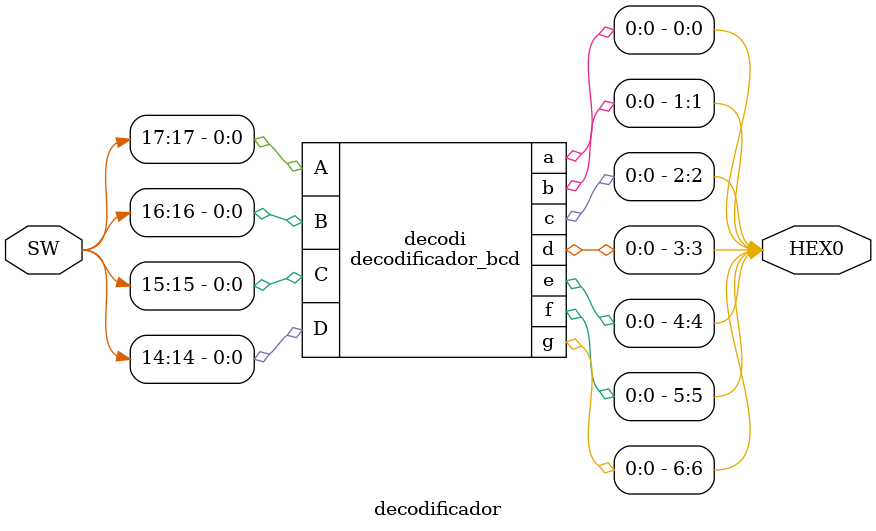
<source format=v>
module decodificador_bcd(A, B, C, D, a, b, c, d, e, f, g);
    input A,B,C,D;
    output a, b, c, d, e, f, g;


assign a = (~A&~B&~C&D) | (~A&B&~C&~D);
assign b = (~A&B&~C&D) | (~A&B&C&~D);
assign c = (~A&~B&C&~D);
assign d = (~A&~B&~C&D) | (~A&B&~C&~D) | (~A&B&C&D);
assign e = (~A&D) | (~B&~C&D) | (~A&B&~C);
assign f = (~A&C&D) | (~A&~B&D) | (~A&~B&C);
assign g = (~A&~B&~C) | (~A&B&C&D);

endmodule
// Camila Pereira da Silva 
// 22/05/2025
// decodificador BCD
module decodificador(SW, HEX0);

	input [17:0] SW;
	output[6:0] HEX0;
	
	//module decodificador_bcd(A, B, C, D, a, b, c, d, e, f, g);
	decodificador_bcd decodi(SW[17], SW[16], SW[15], SW[14], HEX0[0], HEX0[1], HEX0[2], HEX0[3], HEX0[4], HEX0[5],HEX0[6]);
	
endmodule

</source>
